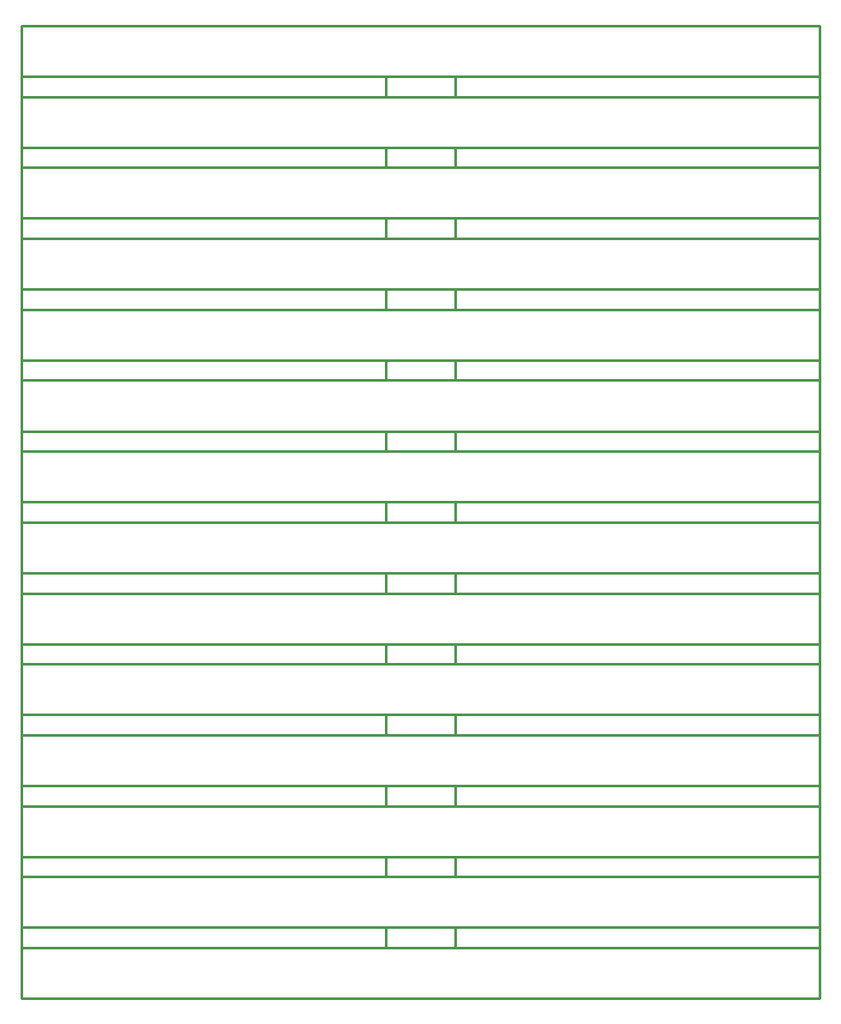
<source format=gko>
G04 Layer: BoardOutlineLayer*
G04 EasyEDA v6.5.20, 2023-10-05 13:37:33*
G04 4654ec591aaf40839b9ddd4dd84afded,10*
G04 Gerber Generator version 0.2*
G04 Scale: 100 percent, Rotated: No, Reflected: No *
G04 Dimensions in millimeters *
G04 leading zeros omitted , absolute positions ,4 integer and 5 decimal *
%FSLAX45Y45*%
%MOMM*%

%ADD10C,0.2540*%
D10*
X0Y502709D02*
G01*
X7886700Y502709D01*
X7886700Y2583D01*
X0Y2583D01*
X0Y502709D01*
X0Y-197416D02*
G01*
X7886700Y-197416D01*
X7886700Y-697542D01*
X0Y-697542D01*
X0Y-197416D01*
X0Y-897542D02*
G01*
X7886700Y-897542D01*
X7886700Y-1397668D01*
X0Y-1397668D01*
X0Y-897542D01*
X0Y-1597667D02*
G01*
X7886700Y-1597667D01*
X7886700Y-2097793D01*
X0Y-2097793D01*
X0Y-1597667D01*
X0Y-2297793D02*
G01*
X7886700Y-2297793D01*
X7886700Y-2797919D01*
X0Y-2797919D01*
X0Y-2297793D01*
X0Y-2997918D02*
G01*
X7886700Y-2997918D01*
X7886700Y-3498044D01*
X0Y-3498044D01*
X0Y-2997918D01*
X0Y-3698044D02*
G01*
X7886700Y-3698044D01*
X7886700Y-4198170D01*
X0Y-4198170D01*
X0Y-3698044D01*
X0Y-4398170D02*
G01*
X7886700Y-4398170D01*
X7886700Y-4898296D01*
X0Y-4898296D01*
X0Y-4398170D01*
X0Y-5098295D02*
G01*
X7886700Y-5098295D01*
X7886700Y-5598421D01*
X0Y-5598421D01*
X0Y-5098295D01*
X0Y-5798421D02*
G01*
X7886700Y-5798421D01*
X7886700Y-6298547D01*
X0Y-6298547D01*
X0Y-5798421D01*
X0Y-6498546D02*
G01*
X7886700Y-6498546D01*
X7886700Y-6998672D01*
X0Y-6998672D01*
X0Y-6498546D01*
X0Y-7198672D02*
G01*
X7886700Y-7198672D01*
X7886700Y-7698798D01*
X0Y-7698798D01*
X0Y-7198672D01*
X0Y-7898798D02*
G01*
X7886700Y-7898798D01*
X7886700Y-8398924D01*
X0Y-8398924D01*
X0Y-7898798D01*
X0Y-8598923D02*
G01*
X7886700Y-8598923D01*
X7886700Y-9099049D01*
X0Y-9099049D01*
X0Y-8598923D01*
X0Y502710D02*
G01*
X7886700Y502710D01*
X7886700Y-9099027D01*
X0Y-9099027D01*
X0Y502710D01*
X3601346Y-188247D02*
G01*
X3601346Y-6583D01*
X4285355Y-188247D02*
G01*
X4285355Y-6583D01*
X3601346Y-888371D02*
G01*
X3601346Y-706707D01*
X4285355Y-888371D02*
G01*
X4285355Y-706707D01*
X3601346Y-1588495D02*
G01*
X3601346Y-1406831D01*
X4285355Y-1588495D02*
G01*
X4285355Y-1406831D01*
X3601346Y-2288619D02*
G01*
X3601346Y-2106956D01*
X4285355Y-2288619D02*
G01*
X4285355Y-2106956D01*
X3601346Y-2988743D02*
G01*
X3601346Y-2807080D01*
X4285355Y-2988743D02*
G01*
X4285355Y-2807080D01*
X3601346Y-3688867D02*
G01*
X3601346Y-3507204D01*
X4285355Y-3688867D02*
G01*
X4285355Y-3507204D01*
X3601346Y-4388991D02*
G01*
X3601346Y-4207328D01*
X4285355Y-4388991D02*
G01*
X4285355Y-4207328D01*
X3601346Y-5089115D02*
G01*
X3601346Y-4907452D01*
X4285355Y-5089115D02*
G01*
X4285355Y-4907452D01*
X3601346Y-5789239D02*
G01*
X3601346Y-5607576D01*
X4285355Y-5789239D02*
G01*
X4285355Y-5607576D01*
X3601346Y-6489364D02*
G01*
X3601346Y-6307700D01*
X4285355Y-6489364D02*
G01*
X4285355Y-6307700D01*
X3601346Y-7189488D02*
G01*
X3601346Y-7007824D01*
X4285355Y-7189488D02*
G01*
X4285355Y-7007824D01*
X3601346Y-7889612D02*
G01*
X3601346Y-7707948D01*
X4285355Y-7889612D02*
G01*
X4285355Y-7707948D01*
X3601346Y-8589736D02*
G01*
X3601346Y-8408073D01*
X4285355Y-8589736D02*
G01*
X4285355Y-8408073D01*

%LPD*%
M02*

</source>
